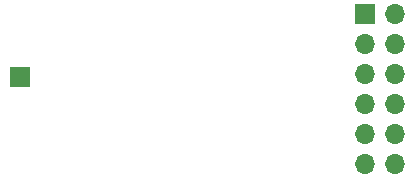
<source format=gbr>
%TF.GenerationSoftware,KiCad,Pcbnew,7.0.1*%
%TF.CreationDate,2023-04-28T09:32:53+02:00*%
%TF.ProjectId,CC1101_ANT,43433131-3031-45f4-914e-542e6b696361,rev?*%
%TF.SameCoordinates,Original*%
%TF.FileFunction,Soldermask,Bot*%
%TF.FilePolarity,Negative*%
%FSLAX46Y46*%
G04 Gerber Fmt 4.6, Leading zero omitted, Abs format (unit mm)*
G04 Created by KiCad (PCBNEW 7.0.1) date 2023-04-28 09:32:53*
%MOMM*%
%LPD*%
G01*
G04 APERTURE LIST*
%ADD10R,1.700000X1.700000*%
%ADD11O,1.700000X1.700000*%
G04 APERTURE END LIST*
D10*
%TO.C,J1*%
X149860000Y-43180000D03*
D11*
X152400000Y-43180000D03*
X149860000Y-45720000D03*
X152400000Y-45720000D03*
X149860000Y-48260000D03*
X152400000Y-48260000D03*
X149860000Y-50800000D03*
X152400000Y-50800000D03*
X149860000Y-53340000D03*
X152400000Y-53340000D03*
X149860000Y-55880000D03*
X152400000Y-55880000D03*
%TD*%
D10*
%TO.C,J2*%
X120650000Y-48545000D03*
%TD*%
M02*

</source>
